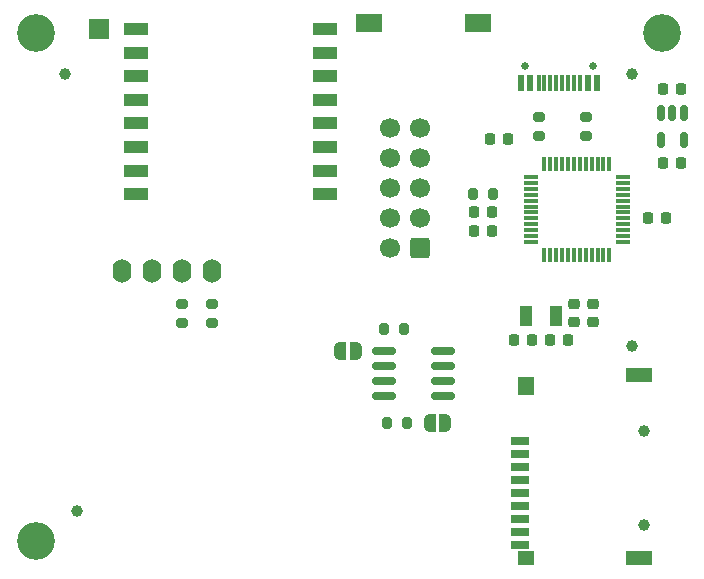
<source format=gts>
G04 #@! TF.GenerationSoftware,KiCad,Pcbnew,(5.99.0-11444-g3c721c55de)*
G04 #@! TF.CreationDate,2021-10-03T12:01:57-03:00*
G04 #@! TF.ProjectId,d21lora,6432316c-6f72-4612-9e6b-696361645f70,rev?*
G04 #@! TF.SameCoordinates,Original*
G04 #@! TF.FileFunction,Soldermask,Top*
G04 #@! TF.FilePolarity,Negative*
%FSLAX46Y46*%
G04 Gerber Fmt 4.6, Leading zero omitted, Abs format (unit mm)*
G04 Created by KiCad (PCBNEW (5.99.0-11444-g3c721c55de)) date 2021-10-03 12:01:57*
%MOMM*%
%LPD*%
G01*
G04 APERTURE LIST*
G04 Aperture macros list*
%AMRoundRect*
0 Rectangle with rounded corners*
0 $1 Rounding radius*
0 $2 $3 $4 $5 $6 $7 $8 $9 X,Y pos of 4 corners*
0 Add a 4 corners polygon primitive as box body*
4,1,4,$2,$3,$4,$5,$6,$7,$8,$9,$2,$3,0*
0 Add four circle primitives for the rounded corners*
1,1,$1+$1,$2,$3*
1,1,$1+$1,$4,$5*
1,1,$1+$1,$6,$7*
1,1,$1+$1,$8,$9*
0 Add four rect primitives between the rounded corners*
20,1,$1+$1,$2,$3,$4,$5,0*
20,1,$1+$1,$4,$5,$6,$7,0*
20,1,$1+$1,$6,$7,$8,$9,0*
20,1,$1+$1,$8,$9,$2,$3,0*%
%AMFreePoly0*
4,1,20,0.000000,0.744959,0.073905,0.744508,0.209726,0.703889,0.328688,0.626782,0.421226,0.519385,0.479903,0.390333,0.500000,0.250000,0.500000,-0.250000,0.499851,-0.262216,0.476331,-0.402017,0.414519,-0.529596,0.319384,-0.634700,0.198574,-0.708877,0.061801,-0.746166,0.000000,-0.745033,0.000000,-0.750000,-0.500000,-0.750000,-0.500000,0.750000,0.000000,0.750000,0.000000,0.744959,
0.000000,0.744959,$1*%
%AMFreePoly1*
4,1,22,0.500000,-0.750000,0.000000,-0.750000,0.000000,-0.745033,-0.079941,-0.743568,-0.215256,-0.701293,-0.333266,-0.622738,-0.424486,-0.514219,-0.481581,-0.384460,-0.499164,-0.250000,-0.500000,-0.250000,-0.500000,0.250000,-0.499164,0.250000,-0.499963,0.256109,-0.478152,0.396186,-0.417904,0.524511,-0.324060,0.630769,-0.204165,0.706417,-0.067858,0.745374,0.000000,0.744959,0.000000,0.750000,
0.500000,0.750000,0.500000,-0.750000,0.500000,-0.750000,$1*%
G04 Aperture macros list end*
%ADD10FreePoly0,0.000000*%
%ADD11FreePoly1,0.000000*%
%ADD12C,3.200000*%
%ADD13RoundRect,0.225000X-0.250000X0.225000X-0.250000X-0.225000X0.250000X-0.225000X0.250000X0.225000X0*%
%ADD14FreePoly1,180.000000*%
%ADD15FreePoly0,180.000000*%
%ADD16RoundRect,0.225000X0.225000X0.250000X-0.225000X0.250000X-0.225000X-0.250000X0.225000X-0.250000X0*%
%ADD17R,2.180000X1.600000*%
%ADD18RoundRect,0.200000X0.275000X-0.200000X0.275000X0.200000X-0.275000X0.200000X-0.275000X-0.200000X0*%
%ADD19RoundRect,0.225000X-0.225000X-0.250000X0.225000X-0.250000X0.225000X0.250000X-0.225000X0.250000X0*%
%ADD20RoundRect,0.200000X-0.200000X-0.275000X0.200000X-0.275000X0.200000X0.275000X-0.200000X0.275000X0*%
%ADD21RoundRect,0.150000X-0.150000X0.512500X-0.150000X-0.512500X0.150000X-0.512500X0.150000X0.512500X0*%
%ADD22O,1.600000X2.000000*%
%ADD23R,1.000000X1.800000*%
%ADD24R,1.250000X0.350000*%
%ADD25R,0.350000X1.250000*%
%ADD26C,1.000000*%
%ADD27RoundRect,0.200000X0.200000X0.275000X-0.200000X0.275000X-0.200000X-0.275000X0.200000X-0.275000X0*%
%ADD28RoundRect,0.250000X0.600000X0.600000X-0.600000X0.600000X-0.600000X-0.600000X0.600000X-0.600000X0*%
%ADD29C,1.700000*%
%ADD30R,1.600000X0.700000*%
%ADD31R,1.400000X1.200000*%
%ADD32R,2.200000X1.200000*%
%ADD33R,1.400000X1.600000*%
%ADD34RoundRect,0.150000X-0.825000X-0.150000X0.825000X-0.150000X0.825000X0.150000X-0.825000X0.150000X0*%
%ADD35RoundRect,0.200000X-0.275000X0.200000X-0.275000X-0.200000X0.275000X-0.200000X0.275000X0.200000X0*%
%ADD36R,1.700000X1.700000*%
%ADD37R,2.000000X1.000000*%
%ADD38C,0.650000*%
%ADD39R,0.600000X1.450000*%
%ADD40R,0.300000X1.450000*%
G04 APERTURE END LIST*
D10*
X30607000Y-30429200D03*
D11*
X29307000Y-30429200D03*
D12*
X3500000Y-3500000D03*
D13*
X50660458Y-27983544D03*
X50660458Y-26433544D03*
D14*
X38164942Y-36574800D03*
D15*
X36864942Y-36574800D03*
D16*
X41947800Y-12522200D03*
X43497800Y-12522200D03*
D17*
X31757400Y-2697225D03*
X40937400Y-2697225D03*
D18*
X18388742Y-28103400D03*
X18388742Y-26453400D03*
D19*
X56629000Y-8255000D03*
X58179000Y-8255000D03*
D12*
X3500000Y-46500000D03*
D19*
X42151600Y-18719800D03*
X40601600Y-18719800D03*
D20*
X42201600Y-17170400D03*
X40551600Y-17170400D03*
D16*
X58179000Y-14528800D03*
X56629000Y-14528800D03*
D13*
X49111058Y-27983544D03*
X49111058Y-26433544D03*
D21*
X58354000Y-10267100D03*
X57404000Y-10267100D03*
X56454000Y-10267100D03*
X56454000Y-12542100D03*
X58354000Y-12542100D03*
D22*
X10785742Y-23710400D03*
X13325742Y-23710400D03*
X15865742Y-23710400D03*
X18405742Y-23710400D03*
D23*
X47516258Y-27487944D03*
X45016258Y-27487944D03*
D19*
X48565258Y-29544974D03*
X47015258Y-29544974D03*
D24*
X45451800Y-21215800D03*
X45451800Y-20715800D03*
X45451800Y-20215800D03*
X45451800Y-19715800D03*
X45451800Y-19215800D03*
X45451800Y-18715800D03*
X45451800Y-18215800D03*
X45451800Y-17715800D03*
X45451800Y-17215800D03*
X45451800Y-16715800D03*
X45451800Y-16215800D03*
X45451800Y-15715800D03*
D25*
X46576800Y-14590800D03*
X47076800Y-14590800D03*
X47576800Y-14590800D03*
X48076800Y-14590800D03*
X48576800Y-14590800D03*
X49076800Y-14590800D03*
X49576800Y-14590800D03*
X50076800Y-14590800D03*
X50576800Y-14590800D03*
X51076800Y-14590800D03*
X51576800Y-14590800D03*
X52076800Y-14590800D03*
D24*
X53201800Y-15715800D03*
X53201800Y-16215800D03*
X53201800Y-16715800D03*
X53201800Y-17215800D03*
X53201800Y-17715800D03*
X53201800Y-18215800D03*
X53201800Y-18715800D03*
X53201800Y-19215800D03*
X53201800Y-19715800D03*
X53201800Y-20215800D03*
X53201800Y-20715800D03*
X53201800Y-21215800D03*
D25*
X52076800Y-22340800D03*
X51576800Y-22340800D03*
X51076800Y-22340800D03*
X50576800Y-22340800D03*
X50076800Y-22340800D03*
X49576800Y-22340800D03*
X49076800Y-22340800D03*
X48576800Y-22340800D03*
X48076800Y-22340800D03*
X47576800Y-22340800D03*
X47076800Y-22340800D03*
X46576800Y-22340800D03*
D26*
X6000000Y-7000000D03*
D27*
X34656942Y-28599200D03*
X33006942Y-28599200D03*
D28*
X36007700Y-21742400D03*
D29*
X33467700Y-21742400D03*
X36007700Y-19202400D03*
X33467700Y-19202400D03*
X36007700Y-16662400D03*
X33467700Y-16662400D03*
X36007700Y-14122400D03*
X33467700Y-14122400D03*
X36007700Y-11582400D03*
X33467700Y-11582400D03*
D18*
X46075600Y-12243545D03*
X46075600Y-10593545D03*
D30*
X44508800Y-38033600D03*
X44508800Y-39133600D03*
X44508800Y-40233600D03*
X44508800Y-41333600D03*
X44508800Y-42433600D03*
X44508800Y-43533600D03*
X44508800Y-44633600D03*
X44508800Y-45733600D03*
X44508800Y-46833600D03*
D31*
X45008800Y-47983600D03*
D32*
X54608800Y-47983600D03*
X54608800Y-32483600D03*
D33*
X45008800Y-33383600D03*
D26*
X55008800Y-37183600D03*
X55008800Y-45163600D03*
D12*
X56500000Y-3500000D03*
D27*
X34910942Y-36574800D03*
X33260942Y-36574800D03*
D19*
X56909000Y-19227800D03*
X55359000Y-19227800D03*
D16*
X40601600Y-20269200D03*
X42151600Y-20269200D03*
X43967258Y-29544974D03*
X45517258Y-29544974D03*
D26*
X54000000Y-7000000D03*
X54000000Y-30000000D03*
D18*
X50089241Y-12243545D03*
X50089241Y-10593545D03*
D34*
X33007942Y-30428000D03*
X33007942Y-31698000D03*
X33007942Y-32968000D03*
X33007942Y-34238000D03*
X37957942Y-34238000D03*
X37957942Y-32968000D03*
X37957942Y-31698000D03*
X37957942Y-30428000D03*
D35*
X15848742Y-26453400D03*
X15848742Y-28103400D03*
D36*
X8839200Y-3171874D03*
D26*
X7000000Y-44000000D03*
D37*
X27989800Y-17182274D03*
X27989800Y-15182274D03*
X27989800Y-13182274D03*
X27989800Y-11182274D03*
X27989800Y-9182274D03*
X27989800Y-7182274D03*
X27989800Y-5182274D03*
X27989800Y-3182274D03*
X11989800Y-3182274D03*
X11989800Y-5182274D03*
X11989800Y-7182274D03*
X11989800Y-9182274D03*
X11989800Y-11182274D03*
X11989800Y-13182274D03*
X11989800Y-15182274D03*
X11989800Y-17182274D03*
D38*
X44938200Y-6300800D03*
X50718200Y-6300800D03*
D39*
X51053200Y-7745800D03*
X50278200Y-7745800D03*
D40*
X49578200Y-7745800D03*
X49078200Y-7745800D03*
X48578200Y-7745800D03*
X48078200Y-7745800D03*
X47578200Y-7745800D03*
X47078200Y-7745800D03*
X46578200Y-7745800D03*
X46078200Y-7745800D03*
D39*
X45378200Y-7745800D03*
X44603200Y-7745800D03*
M02*

</source>
